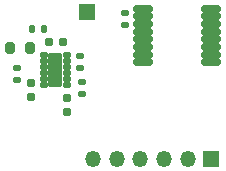
<source format=gbr>
%TF.GenerationSoftware,KiCad,Pcbnew,7.0.8*%
%TF.CreationDate,2024-10-17T18:58:31-04:00*%
%TF.ProjectId,Untitled,556e7469-746c-4656-942e-6b696361645f,rev?*%
%TF.SameCoordinates,Original*%
%TF.FileFunction,Soldermask,Top*%
%TF.FilePolarity,Negative*%
%FSLAX46Y46*%
G04 Gerber Fmt 4.6, Leading zero omitted, Abs format (unit mm)*
G04 Created by KiCad (PCBNEW 7.0.8) date 2024-10-17 18:58:31*
%MOMM*%
%LPD*%
G01*
G04 APERTURE LIST*
G04 Aperture macros list*
%AMRoundRect*
0 Rectangle with rounded corners*
0 $1 Rounding radius*
0 $2 $3 $4 $5 $6 $7 $8 $9 X,Y pos of 4 corners*
0 Add a 4 corners polygon primitive as box body*
4,1,4,$2,$3,$4,$5,$6,$7,$8,$9,$2,$3,0*
0 Add four circle primitives for the rounded corners*
1,1,$1+$1,$2,$3*
1,1,$1+$1,$4,$5*
1,1,$1+$1,$6,$7*
1,1,$1+$1,$8,$9*
0 Add four rect primitives between the rounded corners*
20,1,$1+$1,$2,$3,$4,$5,0*
20,1,$1+$1,$4,$5,$6,$7,0*
20,1,$1+$1,$6,$7,$8,$9,0*
20,1,$1+$1,$8,$9,$2,$3,0*%
G04 Aperture macros list end*
%ADD10RoundRect,0.135000X0.135000X0.185000X-0.135000X0.185000X-0.135000X-0.185000X0.135000X-0.185000X0*%
%ADD11RoundRect,0.135000X0.185000X-0.135000X0.185000X0.135000X-0.185000X0.135000X-0.185000X-0.135000X0*%
%ADD12RoundRect,0.160000X0.197500X0.160000X-0.197500X0.160000X-0.197500X-0.160000X0.197500X-0.160000X0*%
%ADD13RoundRect,0.160000X-0.160000X0.197500X-0.160000X-0.197500X0.160000X-0.197500X0.160000X0.197500X0*%
%ADD14RoundRect,0.135000X-0.185000X0.135000X-0.185000X-0.135000X0.185000X-0.135000X0.185000X0.135000X0*%
%ADD15RoundRect,0.200000X0.200000X0.275000X-0.200000X0.275000X-0.200000X-0.275000X0.200000X-0.275000X0*%
%ADD16RoundRect,0.153250X-0.683750X-0.153750X0.683750X-0.153750X0.683750X0.153750X-0.683750X0.153750X0*%
%ADD17R,1.350000X1.350000*%
%ADD18O,1.350000X1.350000*%
%ADD19RoundRect,0.152000X0.200000X0.075000X-0.200000X0.075000X-0.200000X-0.075000X0.200000X-0.075000X0*%
%ADD20RoundRect,0.102000X0.500000X1.325000X-0.500000X1.325000X-0.500000X-1.325000X0.500000X-1.325000X0*%
G04 APERTURE END LIST*
D10*
%TO.C,4.7u*%
X118250000Y-78287500D03*
X117230000Y-78287500D03*
%TD*%
D11*
%TO.C,1u (10v)*%
X116000000Y-82597500D03*
X116000000Y-81577500D03*
%TD*%
D12*
%TO.C,55k*%
X119845000Y-79397500D03*
X118650000Y-79397500D03*
%TD*%
D11*
%TO.C,C4*%
X121500000Y-83727500D03*
X121500000Y-82707500D03*
%TD*%
D13*
%TO.C,R2*%
X120220000Y-84120000D03*
X120220000Y-85315000D03*
%TD*%
D14*
%TO.C,C1*%
X125110000Y-76870000D03*
X125110000Y-77890000D03*
%TD*%
D15*
%TO.C,R5*%
X117050000Y-79877500D03*
X115400000Y-79877500D03*
%TD*%
D16*
%TO.C,Bip-DAC (AD5761R)*%
X126690000Y-76525000D03*
X126690000Y-77175000D03*
X126690000Y-77825000D03*
X126690000Y-78475000D03*
X126690000Y-79125000D03*
X126690000Y-79775000D03*
X126690000Y-80425000D03*
X126690000Y-81075000D03*
X132430000Y-81075000D03*
X132430000Y-80425000D03*
X132430000Y-79775000D03*
X132430000Y-79125000D03*
X132430000Y-78475000D03*
X132430000Y-77825000D03*
X132430000Y-77175000D03*
X132430000Y-76525000D03*
%TD*%
D17*
%TO.C,J2*%
X121900000Y-76800000D03*
%TD*%
%TO.C,J1*%
X132420000Y-89260000D03*
D18*
X130420000Y-89260000D03*
X128420000Y-89260000D03*
X126420000Y-89260000D03*
X124420000Y-89260000D03*
X122420000Y-89260000D03*
%TD*%
D13*
%TO.C,10k*%
X117180000Y-82850000D03*
X117180000Y-84045000D03*
%TD*%
D14*
%TO.C,4.7u*%
X121310000Y-80507500D03*
X121310000Y-81527500D03*
%TD*%
D19*
%TO.C,PS1*%
X120190000Y-82982500D03*
X120190000Y-82482500D03*
X120190000Y-81982500D03*
X120190000Y-81482500D03*
X120190000Y-80982500D03*
X120190000Y-80482500D03*
X118290000Y-80482500D03*
X118290000Y-80982500D03*
X118290000Y-81482500D03*
X118290000Y-81982500D03*
X118290000Y-82482500D03*
X118290000Y-82982500D03*
D20*
X119240000Y-81732500D03*
%TD*%
M02*

</source>
